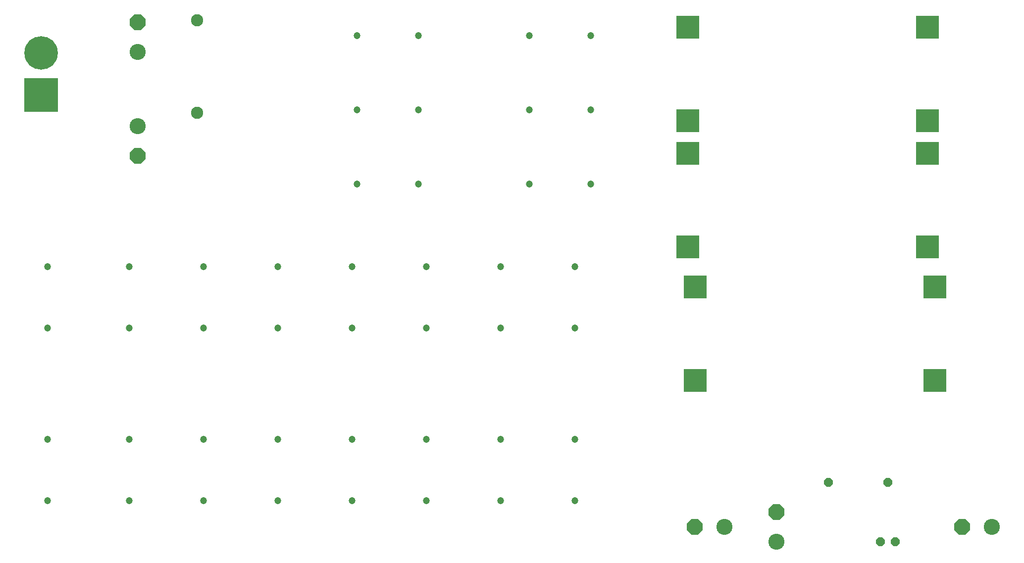
<source format=gbr>
G04 EAGLE Gerber RS-274X export*
G75*
%MOMM*%
%FSLAX34Y34*%
%LPD*%
%INSoldermask Bottom*%
%IPPOS*%
%AMOC8*
5,1,8,0,0,1.08239X$1,22.5*%
G01*
%ADD10C,2.743200*%
%ADD11P,2.969212X8X292.500000*%
%ADD12P,2.969212X8X112.500000*%
%ADD13P,2.969212X8X202.500000*%
%ADD14C,2.093200*%
%ADD15R,5.719200X5.719200*%
%ADD16C,5.719200*%
%ADD17P,1.649562X8X202.500000*%
%ADD18P,1.649562X8X22.500000*%
%ADD19C,1.203200*%
%ADD20R,4.013200X4.013200*%


D10*
X101600Y965200D03*
D11*
X101600Y914400D03*
D10*
X101600Y1092200D03*
D12*
X101600Y1143000D03*
D10*
X1193800Y254000D03*
D12*
X1193800Y304800D03*
D10*
X1104900Y279400D03*
D13*
X1054100Y279400D03*
D10*
X1562100Y279400D03*
D13*
X1511300Y279400D03*
D14*
X203200Y987500D03*
X203200Y1146100D03*
D15*
X-63500Y1018100D03*
D16*
X-63500Y1090100D03*
D17*
X1397000Y254000D03*
X1371600Y254000D03*
D18*
X1282700Y355600D03*
X1384300Y355600D03*
D19*
X468000Y324100D03*
X468000Y429100D03*
X468000Y619100D03*
X468000Y724100D03*
X341000Y324100D03*
X341000Y429100D03*
X341000Y619100D03*
X341000Y724100D03*
X214000Y324100D03*
X214000Y429100D03*
X214000Y619100D03*
X214000Y724100D03*
X87000Y324100D03*
X87000Y429100D03*
X87000Y619100D03*
X87000Y724100D03*
X-52700Y324100D03*
X-52700Y429100D03*
X-52700Y619100D03*
X-52700Y724100D03*
D20*
X1055100Y689600D03*
X1055100Y529600D03*
X1465100Y529600D03*
X1465100Y689600D03*
D19*
X476500Y992500D03*
X581500Y992500D03*
X771500Y992500D03*
X876500Y992500D03*
X476500Y1119500D03*
X581500Y1119500D03*
X771500Y1119500D03*
X876500Y1119500D03*
X476500Y865500D03*
X581500Y865500D03*
X771500Y865500D03*
X876500Y865500D03*
X849000Y324100D03*
X849000Y429100D03*
X849000Y619100D03*
X849000Y724100D03*
X722000Y324100D03*
X722000Y429100D03*
X722000Y619100D03*
X722000Y724100D03*
X595000Y324100D03*
X595000Y429100D03*
X595000Y619100D03*
X595000Y724100D03*
D20*
X1042400Y1134100D03*
X1042400Y974100D03*
X1452400Y974100D03*
X1452400Y1134100D03*
X1042400Y918200D03*
X1042400Y758200D03*
X1452400Y758200D03*
X1452400Y918200D03*
M02*

</source>
